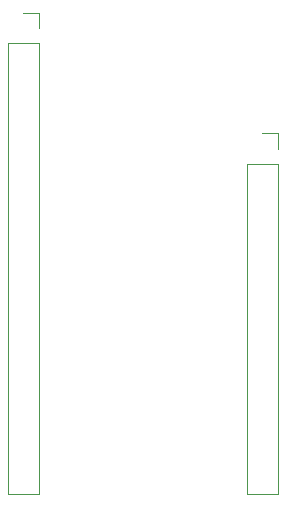
<source format=gbo>
G04 #@! TF.GenerationSoftware,KiCad,Pcbnew,5.1.4-e60b266~84~ubuntu19.04.1*
G04 #@! TF.CreationDate,2019-10-25T13:24:14-07:00*
G04 #@! TF.ProjectId,Wifi-FeatherWing,57696669-2d46-4656-9174-68657257696e,rev?*
G04 #@! TF.SameCoordinates,Original*
G04 #@! TF.FileFunction,Legend,Bot*
G04 #@! TF.FilePolarity,Positive*
%FSLAX46Y46*%
G04 Gerber Fmt 4.6, Leading zero omitted, Abs format (unit mm)*
G04 Created by KiCad (PCBNEW 5.1.4-e60b266~84~ubuntu19.04.1) date 2019-10-25 13:24:14*
%MOMM*%
%LPD*%
G04 APERTURE LIST*
%ADD10C,0.120000*%
G04 APERTURE END LIST*
D10*
X164855200Y-91146320D02*
X163525200Y-91146320D01*
X164855200Y-92476320D02*
X164855200Y-91146320D01*
X164855200Y-93746320D02*
X162195200Y-93746320D01*
X162195200Y-93746320D02*
X162195200Y-121746320D01*
X164855200Y-93746320D02*
X164855200Y-121746320D01*
X164855200Y-121746320D02*
X162195200Y-121746320D01*
X144619020Y-121744560D02*
X141959020Y-121744560D01*
X144619020Y-83584560D02*
X144619020Y-121744560D01*
X141959020Y-83584560D02*
X141959020Y-121744560D01*
X144619020Y-83584560D02*
X141959020Y-83584560D01*
X144619020Y-82314560D02*
X144619020Y-80984560D01*
X144619020Y-80984560D02*
X143289020Y-80984560D01*
M02*

</source>
